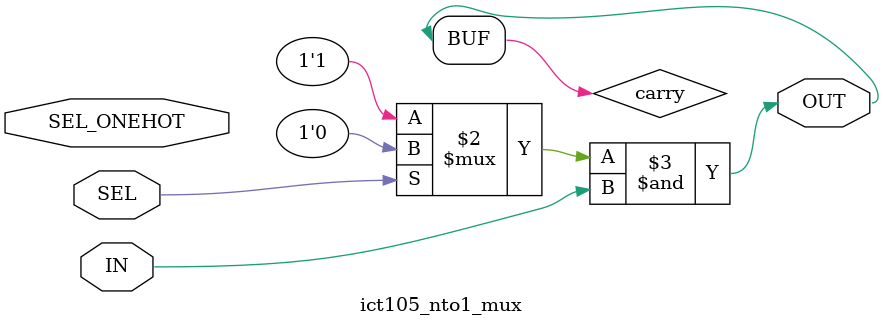
<source format=v>

`timescale 1ps/1ps
`default_nettype none

module ict105_nto1_mux #
  (
   parameter integer C_RATIO         =  1,  // Range: >=1
   parameter integer C_SEL_WIDTH     =  1,  // Range: >=1; recommended: ceil_log2(C_RATIO)
   parameter integer C_DATAOUT_WIDTH =  1,  // Range: >=1
   parameter integer C_ONEHOT        =  0   // Values: 0 = binary-encoded (use SEL); 1 = one-hot (use SEL_ONEHOT)
   )
  (
   input  wire [C_RATIO-1:0]                 SEL_ONEHOT,  // One-hot mux select (only used if C_ONEHOT=1)
   input  wire [C_SEL_WIDTH-1:0]             SEL,         // Binary-encoded mux select (only used if C_ONEHOT=0)
   input  wire [C_RATIO*C_DATAOUT_WIDTH-1:0] IN,          // Data input array (num_selections x data_width)
   output wire [C_DATAOUT_WIDTH-1:0]         OUT          // Data output vector
   );

  wire [C_DATAOUT_WIDTH*C_RATIO-1:0] carry;
  genvar i;
  
  generate
    if (C_ONEHOT == 0) begin : gen_encoded
      assign carry[C_DATAOUT_WIDTH-1:0] = {C_DATAOUT_WIDTH{(SEL==0)?1'b1:1'b0}} & IN[C_DATAOUT_WIDTH-1:0];
      for (i=1;i<C_RATIO;i=i+1) begin : gen_carrychain_enc
        assign carry[(i+1)*C_DATAOUT_WIDTH-1:i*C_DATAOUT_WIDTH] = 
               carry[i*C_DATAOUT_WIDTH-1:(i-1)*C_DATAOUT_WIDTH] |
               {C_DATAOUT_WIDTH{(SEL==i)?1'b1:1'b0}} & IN[(i+1)*C_DATAOUT_WIDTH-1:i*C_DATAOUT_WIDTH];
      end
    end else begin : gen_onehot
      assign carry[C_DATAOUT_WIDTH-1:0] = {C_DATAOUT_WIDTH{SEL_ONEHOT[0]}} & IN[C_DATAOUT_WIDTH-1:0];
      for (i=1;i<C_RATIO;i=i+1) begin : gen_carrychain_hot
        assign carry[(i+1)*C_DATAOUT_WIDTH-1:i*C_DATAOUT_WIDTH] = 
               carry[i*C_DATAOUT_WIDTH-1:(i-1)*C_DATAOUT_WIDTH] |
               {C_DATAOUT_WIDTH{SEL_ONEHOT[i]}} & IN[(i+1)*C_DATAOUT_WIDTH-1:i*C_DATAOUT_WIDTH];
      end
    end
  endgenerate
  assign OUT = carry[C_DATAOUT_WIDTH*C_RATIO-1:
                     C_DATAOUT_WIDTH*(C_RATIO-1)];
endmodule

`default_nettype wire

</source>
